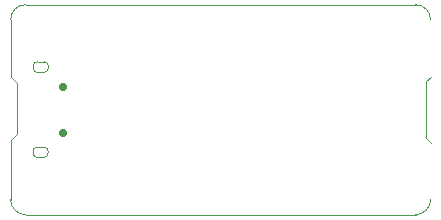
<source format=gbr>
%TF.GenerationSoftware,Altium Limited,Altium Designer,20.2.5 (213)*%
G04 Layer_Color=32896*
%FSLAX26Y26*%
%MOIN*%
%TF.SameCoordinates,0FE6C2C3-B7F4-45EC-A48D-0F423D7CACB9*%
%TF.FilePolarity,Positive*%
%TF.FileFunction,Other,Mechanical_4*%
%TF.Part,Single*%
G01*
G75*
%TA.AperFunction,NonConductor*%
%ADD65C,0.000500*%
%TA.AperFunction,SMDPad,CuDef*%
%ADD66C,0.000500*%
%ADD67C,0.028059*%
D65*
X1425250Y1560250D02*
G03*
X1475250Y1510250I50000J0D01*
G01*
X2775250D02*
G03*
X2825250Y1560250I0J50000D01*
G01*
Y2160250D02*
G03*
X2775250Y2210250I-50000J0D01*
G01*
X1475250D02*
G03*
X1425250Y2160250I0J-50000D01*
G01*
X1551037Y2005919D02*
G03*
X1537258Y2019699I-13780J0D01*
G01*
Y1984266D02*
G03*
X1551037Y1998045I0J13780D01*
G01*
X1499858D02*
G03*
X1515604Y1984267I14762J984D01*
G01*
Y2019697D02*
G03*
X1499858Y2005919I-984J-14762D01*
G01*
X1499857Y1718518D02*
G03*
X1513636Y1700802I15748J-1968D01*
G01*
Y1736234D02*
G03*
X1499857Y1718518I1968J-15748D01*
G01*
X1537258Y1700802D02*
G03*
X1551037Y1718518I-1968J15748D01*
G01*
Y1718518D02*
G03*
X1537258Y1736234I-15748J1968D01*
G01*
X2810000Y1765000D02*
X2825250Y1749750D01*
X2810000Y1955000D02*
X2825250Y1970250D01*
X2810000Y1765000D02*
Y1955000D01*
X1425250Y1560250D02*
Y1760250D01*
X1475250Y1510250D02*
X2775250D01*
X1475250Y2210250D02*
X2775250D01*
X1425250Y1970250D02*
Y2160250D01*
Y1970250D02*
X1445250Y1950250D01*
Y1780250D02*
Y1950250D01*
X1425250Y1760250D02*
X1445250Y1780250D01*
X1551038Y1998046D02*
Y2005920D01*
X1515604Y1984266D02*
X1537258D01*
X1499856Y1998046D02*
Y2005920D01*
X1515604Y2019698D02*
X1537258D01*
X1513636Y1700802D02*
X1537258D01*
X1513636Y1736234D02*
X1537258D01*
D66*
X2825250Y1560250D02*
D03*
D03*
Y2160250D02*
D03*
D03*
X1425250Y1560250D02*
D03*
X1475250Y1510250D02*
D03*
X2775250D02*
D03*
Y2210250D02*
D03*
X1475250D02*
D03*
X1425250Y2160250D02*
D03*
X1551038Y2005920D02*
D03*
X1537258Y2019698D02*
D03*
Y1984266D02*
D03*
X1551038Y1998046D02*
D03*
X1499858D02*
D03*
X1515604Y1984268D02*
D03*
Y2019698D02*
D03*
X1499858Y2005920D02*
D03*
X1499856Y1718518D02*
D03*
X1513636Y1700802D02*
D03*
Y1736234D02*
D03*
X1499856Y1718518D02*
D03*
X1537258Y1700802D02*
D03*
X1551036Y1718518D02*
D03*
D03*
X1537258Y1736234D02*
D03*
X1586470Y1937022D02*
D03*
X1614030D02*
D03*
X1586470Y1783478D02*
D03*
X1614030D02*
D03*
X1425250Y1760250D02*
D03*
Y1560250D02*
D03*
X2775250Y1510250D02*
D03*
X1475250D02*
D03*
X2775250Y2210250D02*
D03*
X1475250D02*
D03*
X1425250Y2160250D02*
D03*
Y1970250D02*
D03*
X1445250Y1950250D02*
D03*
X1425250Y1970250D02*
D03*
X1445250Y1950250D02*
D03*
Y1780250D02*
D03*
D03*
X1425250Y1760250D02*
D03*
X1551038Y2005920D02*
D03*
Y1998046D02*
D03*
X1537258Y1984266D02*
D03*
X1515604D02*
D03*
X1499856Y2005920D02*
D03*
Y1998046D02*
D03*
X1537258Y2019698D02*
D03*
X1515604D02*
D03*
X1537258Y1700802D02*
D03*
X1513636D02*
D03*
X1537258Y1736234D02*
D03*
X1513636D02*
D03*
D67*
X1600250Y1937022D02*
D03*
Y1783478D02*
D03*
%TF.MD5,110edc706bb839466f596146b1c848fc*%
M02*

</source>
